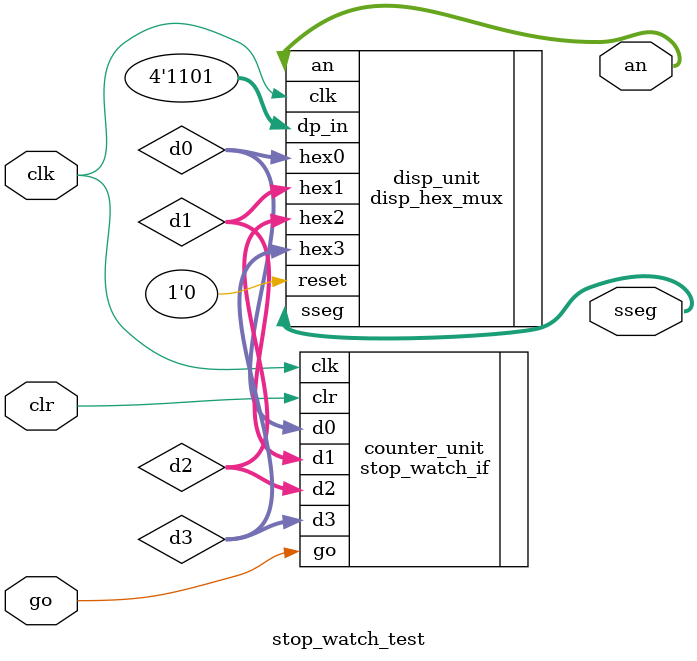
<source format=v>
module stop_watch_test
   (
    input wire clk,
    input wire go, clr,
    output wire [3:0] an,
    output wire [7:0] sseg
   );

   // signal declaration
   wire [3:0]  d3, d2, d1, d0;

   // instantiate 7-seg LED display module
   disp_hex_mux disp_unit
      (.clk(clk), .reset(1'b0),
        .hex3(d3), .hex2(d2), .hex1(d1), .hex0(d0),
       .dp_in(4'b1101), .an(an), .sseg(sseg));

   // instantiate stopwatch
   stop_watch_if counter_unit
      (.clk(clk), .go(go), .clr(clr),
       .d3(d3), .d2(d2), .d1(d1), .d0(d0) );
       
   //disable the unused display by setting it to 1
   //assign an = an | 4'b1000;

endmodule

</source>
